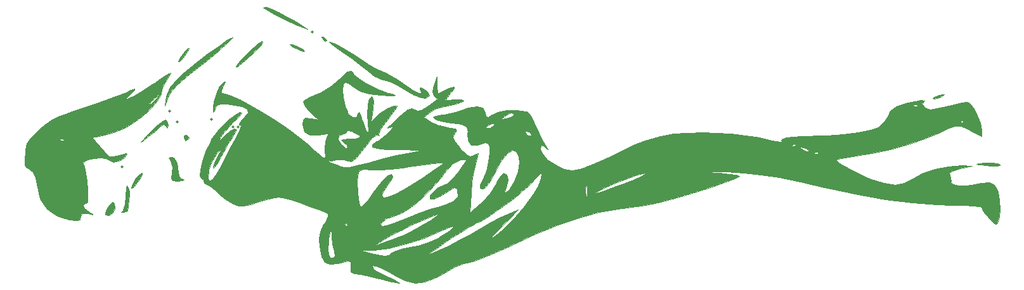
<source format=gbr>
G04 #@! TF.GenerationSoftware,KiCad,Pcbnew,(5.1.5)-3*
G04 #@! TF.CreationDate,2020-08-20T13:57:19+01:00*
G04 #@! TF.ProjectId,KOSMOPSU2,4b4f534d-4f50-4535-9532-2e6b69636164,rev?*
G04 #@! TF.SameCoordinates,Original*
G04 #@! TF.FileFunction,Legend,Bot*
G04 #@! TF.FilePolarity,Positive*
%FSLAX46Y46*%
G04 Gerber Fmt 4.6, Leading zero omitted, Abs format (unit mm)*
G04 Created by KiCad (PCBNEW (5.1.5)-3) date 2020-08-20 13:57:19*
%MOMM*%
%LPD*%
G04 APERTURE LIST*
%ADD10C,0.010000*%
G04 APERTURE END LIST*
D10*
G36*
X169524440Y-86899097D02*
G01*
X170616616Y-87032450D01*
X170978195Y-87067994D01*
X171825817Y-87082753D01*
X172277973Y-86962219D01*
X172301111Y-86911940D01*
X171983158Y-86761494D01*
X171166398Y-86677206D01*
X170449028Y-86670923D01*
X169438658Y-86716842D01*
X169131124Y-86793397D01*
X169524440Y-86899097D01*
G37*
X169524440Y-86899097D02*
X170616616Y-87032450D01*
X170978195Y-87067994D01*
X171825817Y-87082753D01*
X172277973Y-86962219D01*
X172301111Y-86911940D01*
X171983158Y-86761494D01*
X171166398Y-86677206D01*
X170449028Y-86670923D01*
X169438658Y-86716842D01*
X169131124Y-86793397D01*
X169524440Y-86899097D01*
G36*
X65708906Y-88744957D02*
G01*
X65737954Y-88746667D01*
X65990618Y-88958813D01*
X65938611Y-89099445D01*
X66005451Y-89411888D01*
X66204568Y-89452223D01*
X66730905Y-89692190D01*
X67465391Y-90292964D01*
X67724693Y-90554004D01*
X68685776Y-91396731D01*
X69726947Y-92061961D01*
X69906056Y-92145693D01*
X70624803Y-92394445D01*
X71309465Y-92427892D01*
X72212253Y-92228983D01*
X73158122Y-91925856D01*
X74375288Y-91549193D01*
X75396414Y-91291833D01*
X75910407Y-91216111D01*
X76491142Y-91326221D01*
X77515181Y-91613819D01*
X78791348Y-92014812D01*
X80128464Y-92465104D01*
X81335352Y-92900602D01*
X82220834Y-93257211D01*
X82579646Y-93452054D01*
X82533692Y-93842511D01*
X82184430Y-94588873D01*
X81992388Y-94916414D01*
X81498360Y-95896062D01*
X81359090Y-96844308D01*
X81455996Y-97845387D01*
X81719008Y-99157549D01*
X82119841Y-99932710D01*
X82792622Y-100241640D01*
X83871474Y-100155111D01*
X85205952Y-99824051D01*
X85602498Y-99853415D01*
X85638147Y-100368191D01*
X85605799Y-100555944D01*
X85586374Y-101220100D01*
X85980049Y-101438209D01*
X86186673Y-101446667D01*
X86888884Y-101538539D01*
X88029549Y-101780264D01*
X89370714Y-102121003D01*
X89466436Y-102147382D01*
X90696529Y-102471182D01*
X91628053Y-102684198D01*
X92085358Y-102746918D01*
X92102715Y-102740433D01*
X91871971Y-102554162D01*
X91163797Y-102188769D01*
X90481337Y-101877792D01*
X89465188Y-101386949D01*
X88735976Y-100947719D01*
X88525328Y-100755574D01*
X88479925Y-100418382D01*
X88948716Y-100449078D01*
X89858633Y-100824484D01*
X91136607Y-101521421D01*
X91359365Y-101654576D01*
X92862892Y-102432619D01*
X94175994Y-102751499D01*
X95491699Y-102602587D01*
X97003032Y-101977254D01*
X98112626Y-101352694D01*
X99397117Y-100674952D01*
X100667423Y-100150981D01*
X101496929Y-99925329D01*
X102351324Y-99690171D01*
X103648095Y-99207354D01*
X105201471Y-98550532D01*
X106612207Y-97897224D01*
X110151422Y-96253056D01*
X113249963Y-94968721D01*
X116045638Y-94000105D01*
X118676254Y-93303100D01*
X121279617Y-92833593D01*
X123088611Y-92623268D01*
X124926137Y-92372338D01*
X126996168Y-91927837D01*
X129441406Y-91255024D01*
X131978023Y-90459210D01*
X133837818Y-89838835D01*
X135423913Y-89285040D01*
X136631549Y-88836450D01*
X137355969Y-88531691D01*
X137516823Y-88417009D01*
X137107093Y-88307404D01*
X136171556Y-88170198D01*
X134888016Y-88030130D01*
X134448245Y-87990081D01*
X133394608Y-87892959D01*
X132944862Y-87834447D01*
X133123171Y-87812638D01*
X133953701Y-87825627D01*
X135460618Y-87871506D01*
X135804640Y-87883079D01*
X138088459Y-88011217D01*
X140376430Y-88254034D01*
X142825227Y-88636926D01*
X145591523Y-89185292D01*
X148831993Y-89924531D01*
X149723333Y-90139411D01*
X153308896Y-90917497D01*
X157006207Y-91550391D01*
X160605715Y-92009865D01*
X163897869Y-92267694D01*
X165862917Y-92313383D01*
X167441176Y-92330268D01*
X168721937Y-92394213D01*
X169564445Y-92494781D01*
X169831667Y-92607666D01*
X170041036Y-93056672D01*
X170563396Y-93787908D01*
X170765735Y-94035943D01*
X171419608Y-94711743D01*
X171825152Y-94840085D01*
X171995055Y-94680371D01*
X172191281Y-93973433D01*
X172264062Y-92862416D01*
X172216016Y-91637443D01*
X172049761Y-90588639D01*
X171955493Y-90295044D01*
X171520589Y-89617594D01*
X170826444Y-89325654D01*
X169717611Y-89378536D01*
X168981973Y-89516680D01*
X167823772Y-89676318D01*
X166773329Y-89676293D01*
X166007471Y-89536016D01*
X165703025Y-89274900D01*
X165737017Y-89160453D01*
X165721839Y-88665303D01*
X165587261Y-88377046D01*
X165533644Y-88028434D01*
X165954804Y-87747898D01*
X166933455Y-87465658D01*
X168596945Y-87066594D01*
X167185833Y-87037253D01*
X165458571Y-87161158D01*
X163607391Y-87548222D01*
X161910765Y-88123376D01*
X160671628Y-88793291D01*
X159549626Y-89398906D01*
X158284792Y-89601324D01*
X156768010Y-89389341D01*
X154890166Y-88751753D01*
X153276524Y-88033913D01*
X151813259Y-87296195D01*
X150852010Y-86719229D01*
X150454414Y-86342596D01*
X150485988Y-86241933D01*
X151047398Y-86063339D01*
X152066881Y-85869750D01*
X153051744Y-85736058D01*
X155211889Y-85393389D01*
X157626050Y-84852502D01*
X160052299Y-84180145D01*
X162248705Y-83443064D01*
X163907339Y-82741057D01*
X165282681Y-82096843D01*
X166264762Y-81785793D01*
X167073203Y-81791522D01*
X167927623Y-82097643D01*
X168513974Y-82397352D01*
X169831667Y-83103593D01*
X169823919Y-82309158D01*
X169661065Y-81364868D01*
X169262544Y-80299445D01*
X168739677Y-79329921D01*
X168203786Y-78673325D01*
X167878346Y-78516111D01*
X167250695Y-78603476D01*
X167185833Y-78617369D01*
X167185833Y-80985556D01*
X167362222Y-81161945D01*
X167185833Y-81338334D01*
X167009445Y-81161945D01*
X167185833Y-80985556D01*
X167185833Y-78617369D01*
X166187579Y-78831190D01*
X165066766Y-79111621D01*
X163798643Y-79419597D01*
X163008069Y-79511862D01*
X162503492Y-79396555D01*
X162258136Y-79230955D01*
X161899007Y-78790203D01*
X162123717Y-78483256D01*
X162187722Y-78331198D01*
X161745594Y-78320398D01*
X161012222Y-78416055D01*
X161012222Y-78868889D01*
X161302598Y-78997965D01*
X161247408Y-79104074D01*
X160828743Y-79146295D01*
X160777037Y-79104074D01*
X160825463Y-78894348D01*
X161012222Y-78868889D01*
X161012222Y-78416055D01*
X160975648Y-78420826D01*
X160056200Y-78602453D01*
X159165565Y-78835249D01*
X158482058Y-79089187D01*
X158459694Y-79100294D01*
X157684989Y-79737573D01*
X157271831Y-80475121D01*
X156809133Y-81261229D01*
X156016148Y-81897072D01*
X154982419Y-82250324D01*
X153399054Y-82566003D01*
X151421736Y-82824833D01*
X149206148Y-83007537D01*
X147753658Y-83062714D01*
X147753658Y-85246740D01*
X148211216Y-85311600D01*
X148216678Y-85432026D01*
X147744524Y-85516240D01*
X147540521Y-85459877D01*
X147406895Y-85303232D01*
X147753658Y-85246740D01*
X147753658Y-83062714D01*
X146907972Y-83094840D01*
X146304570Y-83099545D01*
X145728092Y-83119769D01*
X145728092Y-84539469D01*
X146358306Y-84733304D01*
X146764589Y-84994768D01*
X146766396Y-85118419D01*
X146371852Y-85098883D01*
X145957432Y-84909176D01*
X145542988Y-84597246D01*
X145728092Y-84539469D01*
X145728092Y-83119769D01*
X144820230Y-83151619D01*
X144784445Y-83156161D01*
X144784445Y-84160556D01*
X145074821Y-84289632D01*
X145019630Y-84395741D01*
X144600965Y-84437962D01*
X144549259Y-84395741D01*
X144597685Y-84186015D01*
X144784445Y-84160556D01*
X144784445Y-83156161D01*
X143736358Y-83289214D01*
X143135344Y-83488992D01*
X143099578Y-83727618D01*
X143457209Y-83906033D01*
X143550844Y-83974630D01*
X142994899Y-83891468D01*
X141827261Y-83663528D01*
X140085818Y-83297789D01*
X139669167Y-83208106D01*
X138253863Y-82983027D01*
X136386005Y-82798978D01*
X134318309Y-82676883D01*
X132790000Y-82638567D01*
X130543679Y-82659182D01*
X128661608Y-82792457D01*
X126961187Y-83084279D01*
X125259814Y-83580539D01*
X124907171Y-83720214D01*
X124907171Y-88049624D01*
X125000775Y-88131127D01*
X124468724Y-88425032D01*
X123330958Y-88920413D01*
X121607415Y-89606341D01*
X121535917Y-89633978D01*
X120140523Y-90156430D01*
X119012294Y-90547816D01*
X118297008Y-90759350D01*
X118121711Y-90776525D01*
X118348499Y-90587770D01*
X119069069Y-90219552D01*
X120117566Y-89742785D01*
X121328133Y-89228379D01*
X122534915Y-88747246D01*
X123572055Y-88370298D01*
X124167975Y-88191451D01*
X124907171Y-88049624D01*
X124907171Y-83720214D01*
X123374886Y-84327125D01*
X121123802Y-85369926D01*
X120277034Y-85783154D01*
X118151048Y-86766201D01*
X117111203Y-87163612D01*
X117111203Y-89525399D01*
X117169663Y-89949417D01*
X117178813Y-90334167D01*
X117150417Y-91060213D01*
X117070473Y-91247607D01*
X117025391Y-91132030D01*
X116959682Y-90284857D01*
X117018272Y-89720919D01*
X117111203Y-89525399D01*
X117111203Y-87163612D01*
X116477648Y-87405747D01*
X115317102Y-87679433D01*
X115141701Y-87688334D01*
X114067369Y-87478187D01*
X112910838Y-86938138D01*
X111869868Y-86203770D01*
X111142218Y-85410668D01*
X111017421Y-85066887D01*
X111017421Y-88041111D01*
X111120913Y-88313134D01*
X110947318Y-88991291D01*
X110568890Y-89868717D01*
X110093272Y-90686945D01*
X108692436Y-92572910D01*
X107154682Y-94344349D01*
X105672624Y-95785784D01*
X105161300Y-96204333D01*
X104524646Y-96676851D01*
X104298619Y-96791181D01*
X104506945Y-96507439D01*
X105173349Y-95785738D01*
X105802500Y-95126361D01*
X107919167Y-92919196D01*
X106551770Y-93479349D01*
X105583353Y-93937191D01*
X104276255Y-94634207D01*
X102887938Y-95432181D01*
X102671215Y-95562571D01*
X101417901Y-96289990D01*
X100047787Y-97034212D01*
X98697795Y-97727695D01*
X97504851Y-98302896D01*
X96605878Y-98692269D01*
X96137800Y-98828274D01*
X96101111Y-98803545D01*
X96374854Y-98568191D01*
X97095108Y-98057445D01*
X98110412Y-97370397D01*
X99269303Y-96606136D01*
X100420321Y-95863754D01*
X101412005Y-95242340D01*
X102092892Y-94840985D01*
X102306382Y-94743889D01*
X102826765Y-94537654D01*
X103749167Y-93987967D01*
X104929698Y-93198361D01*
X106224469Y-92272367D01*
X107489589Y-91313514D01*
X108581169Y-90425335D01*
X109355319Y-89711360D01*
X109462763Y-89594761D01*
X110224792Y-88762353D01*
X110797071Y-88198504D01*
X111017421Y-88041111D01*
X111017421Y-85066887D01*
X110917778Y-84792397D01*
X110988912Y-84301883D01*
X111323578Y-84395649D01*
X111535139Y-84552253D01*
X111944679Y-84852393D01*
X111881257Y-84709603D01*
X111573058Y-84330865D01*
X111125065Y-83598864D01*
X110618067Y-82498320D01*
X110351358Y-81800793D01*
X109740797Y-80458465D01*
X109097360Y-79815146D01*
X109024537Y-79789239D01*
X109024537Y-82396667D01*
X109541809Y-82570598D01*
X109743292Y-82919139D01*
X109677176Y-83049306D01*
X109314743Y-83000619D01*
X109077454Y-82814121D01*
X108878577Y-82458949D01*
X109024537Y-82396667D01*
X109024537Y-79789239D01*
X108990522Y-79777138D01*
X107739520Y-79598241D01*
X106928367Y-79622753D01*
X106928367Y-79978943D01*
X107343370Y-80042584D01*
X107390000Y-80238874D01*
X107086837Y-80523267D01*
X106426570Y-80734698D01*
X105785098Y-80834219D01*
X105768185Y-80712691D01*
X106141218Y-80423046D01*
X106928367Y-79978943D01*
X106928367Y-79622753D01*
X106393047Y-79638931D01*
X105248793Y-79875416D01*
X104764935Y-80114831D01*
X104508575Y-80268111D01*
X104508575Y-81379478D01*
X104817075Y-81431272D01*
X104744167Y-81691111D01*
X104240715Y-81998065D01*
X103929597Y-82038487D01*
X103534794Y-81981397D01*
X103791232Y-81737517D01*
X103862222Y-81691111D01*
X104508575Y-81379478D01*
X104508575Y-80268111D01*
X103996386Y-80574354D01*
X103600448Y-80471676D01*
X103509445Y-79968367D01*
X103232181Y-79337384D01*
X102452773Y-79121365D01*
X101249794Y-79334557D01*
X100825132Y-79481652D01*
X99548448Y-79877345D01*
X98137305Y-80193678D01*
X97865000Y-80238235D01*
X96929456Y-80396749D01*
X96602835Y-80544590D01*
X96793695Y-80756525D01*
X97048058Y-80906223D01*
X97921158Y-81198856D01*
X99033525Y-81341279D01*
X99164725Y-81343736D01*
X100444691Y-81457307D01*
X101122348Y-81821066D01*
X101273090Y-82488919D01*
X101214168Y-82809085D01*
X101230418Y-83732818D01*
X101711956Y-84272186D01*
X102501771Y-84291599D01*
X102788629Y-84168723D01*
X103511492Y-83950840D01*
X103908965Y-84013056D01*
X104103253Y-84495692D01*
X104113728Y-85432669D01*
X103967704Y-86605099D01*
X103692496Y-87794095D01*
X103315417Y-88780772D01*
X103313587Y-88784316D01*
X102908773Y-89635206D01*
X102859124Y-90038564D01*
X103161712Y-90154789D01*
X103288493Y-90157778D01*
X103669006Y-89861036D01*
X104215113Y-89080069D01*
X104813557Y-87978765D01*
X104857863Y-87886837D01*
X105696163Y-86385854D01*
X106490973Y-85417013D01*
X107183931Y-85002192D01*
X107716675Y-85163271D01*
X108030841Y-85922130D01*
X108090154Y-86675112D01*
X107910419Y-87836326D01*
X107448472Y-89105590D01*
X106837660Y-90158396D01*
X106517200Y-90502967D01*
X106157165Y-90752229D01*
X106137123Y-90533355D01*
X106334828Y-89973075D01*
X106559612Y-88957221D01*
X106402123Y-88260277D01*
X105977424Y-88041111D01*
X105628430Y-88337255D01*
X105171230Y-89088517D01*
X104946238Y-89568698D01*
X104236480Y-90757724D01*
X103245906Y-91895048D01*
X102889792Y-92206408D01*
X101488146Y-93316532D01*
X101643638Y-90767016D01*
X101793817Y-89231382D01*
X102032082Y-87742743D01*
X102280493Y-86717030D01*
X102558836Y-85803983D01*
X102586502Y-85427570D01*
X102332379Y-85453905D01*
X102023624Y-85611650D01*
X101522685Y-85779705D01*
X101051520Y-85600355D01*
X100422109Y-84977134D01*
X100234806Y-84758928D01*
X100234806Y-86277223D01*
X101073896Y-86277223D01*
X99983719Y-87861740D01*
X99214595Y-88799405D01*
X98436046Y-89469757D01*
X98052456Y-89657356D01*
X97297631Y-90000019D01*
X96620574Y-90539000D01*
X96207935Y-91091564D01*
X96219376Y-91451969D01*
X96705521Y-91474268D01*
X97584655Y-91096913D01*
X98716235Y-90381933D01*
X98830804Y-90299399D01*
X99416146Y-89928030D01*
X99702620Y-90011521D01*
X99857086Y-90341967D01*
X99899839Y-91169060D01*
X99306189Y-91829618D01*
X99244606Y-91854991D01*
X99244606Y-95150933D01*
X99223896Y-95354851D01*
X98688050Y-95824989D01*
X97655370Y-96511494D01*
X97308515Y-96718827D01*
X96111213Y-97260604D01*
X94606787Y-97730387D01*
X93576224Y-97947651D01*
X92352641Y-98204645D01*
X91398494Y-98521871D01*
X90963922Y-98792047D01*
X90639058Y-99053959D01*
X90100293Y-99099419D01*
X89153285Y-98930511D01*
X88670866Y-98816623D01*
X86752500Y-98349687D01*
X88654744Y-98310677D01*
X90647631Y-98088162D01*
X92978391Y-97538726D01*
X95401564Y-96732347D01*
X97667421Y-95741158D01*
X98731882Y-95263084D01*
X99244606Y-95150933D01*
X99244606Y-91854991D01*
X98050281Y-92347085D01*
X97487884Y-92490034D01*
X97159445Y-92583879D01*
X97159445Y-93534232D01*
X97305575Y-93568794D01*
X96963653Y-93860639D01*
X96265548Y-94330141D01*
X95343126Y-94897673D01*
X94328257Y-95483609D01*
X93352809Y-96008322D01*
X92548650Y-96392188D01*
X92220556Y-96516491D01*
X91318847Y-96829051D01*
X90191792Y-97259516D01*
X89927500Y-97365929D01*
X89093873Y-97693378D01*
X88827887Y-97743283D01*
X89049011Y-97516814D01*
X89221945Y-97376187D01*
X89881459Y-96958020D01*
X91006925Y-96348407D01*
X92416451Y-95635386D01*
X93928151Y-94906996D01*
X95360134Y-94251276D01*
X96530511Y-93756265D01*
X97159445Y-93534232D01*
X97159445Y-92583879D01*
X96148603Y-92872708D01*
X94544620Y-93440291D01*
X93157810Y-94011709D01*
X91598174Y-94656125D01*
X90435942Y-95021012D01*
X89735798Y-95095446D01*
X89562427Y-94868505D01*
X89732292Y-94590176D01*
X90371217Y-94147877D01*
X91200217Y-93853600D01*
X92590668Y-93278176D01*
X94191113Y-92161130D01*
X95896805Y-90592300D01*
X97602999Y-88661530D01*
X98285494Y-87776528D01*
X99228743Y-86721381D01*
X100051714Y-86292771D01*
X100234806Y-86277223D01*
X100234806Y-84758928D01*
X100135018Y-84642676D01*
X99471954Y-83802101D01*
X99233522Y-83278543D01*
X99356028Y-82879760D01*
X99494428Y-82709212D01*
X99743148Y-82340235D01*
X99549691Y-82129239D01*
X98795307Y-81978510D01*
X98568387Y-81947228D01*
X97423824Y-81679666D01*
X97423824Y-86641651D01*
X97804612Y-86683842D01*
X97865000Y-86761913D01*
X97590288Y-86999426D01*
X96853301Y-87527264D01*
X95784761Y-88253438D01*
X95130972Y-88685787D01*
X93146671Y-89928515D01*
X91594655Y-90779103D01*
X90499719Y-91231614D01*
X89886655Y-91280112D01*
X89780256Y-90918661D01*
X90205315Y-90141325D01*
X90456667Y-89805000D01*
X90946244Y-89055741D01*
X91154378Y-88493155D01*
X90989174Y-88159888D01*
X90518509Y-88363947D01*
X89813834Y-89046213D01*
X88946599Y-90147567D01*
X88662747Y-90554779D01*
X87928353Y-91576786D01*
X87319418Y-92317084D01*
X86960127Y-92625664D01*
X86947078Y-92627222D01*
X86755358Y-92311178D01*
X86605980Y-91508669D01*
X86510925Y-90438135D01*
X86482175Y-89318013D01*
X86531713Y-88366741D01*
X86671519Y-87802759D01*
X86681634Y-87787903D01*
X87295870Y-87518467D01*
X88461950Y-87553126D01*
X89462169Y-87581400D01*
X90911222Y-87493656D01*
X92565253Y-87308009D01*
X93363286Y-87188972D01*
X95291768Y-86885810D01*
X96615745Y-86706172D01*
X97423824Y-86641651D01*
X97423824Y-81679666D01*
X97395565Y-81673059D01*
X96369357Y-81248019D01*
X96238653Y-81168931D01*
X95344742Y-80583218D01*
X96094493Y-79932962D01*
X96890905Y-79496396D01*
X98039574Y-79142855D01*
X98588950Y-79042748D01*
X99647164Y-78830724D01*
X100351563Y-78573248D01*
X100625449Y-78339140D01*
X100392125Y-78197223D01*
X99574893Y-78216320D01*
X99500648Y-78224668D01*
X98668140Y-78292902D01*
X98235173Y-78271847D01*
X98217778Y-78254134D01*
X98430551Y-77939668D01*
X98919608Y-77380506D01*
X99427515Y-76730183D01*
X99367378Y-76491313D01*
X98749364Y-76671019D01*
X98250562Y-76911658D01*
X97159445Y-77475897D01*
X97123430Y-76320310D01*
X97087416Y-75164723D01*
X96710890Y-76341689D01*
X96509673Y-77211085D01*
X96650154Y-77681981D01*
X96824882Y-77821813D01*
X97164899Y-78135430D01*
X97149228Y-78233539D01*
X96779741Y-78487590D01*
X96063332Y-78987167D01*
X95815732Y-79160601D01*
X94986651Y-79662613D01*
X94449795Y-79731201D01*
X94125582Y-79545189D01*
X93714304Y-79365873D01*
X93196795Y-79564869D01*
X92401935Y-80213830D01*
X92294295Y-80312023D01*
X91463270Y-81073417D01*
X90821901Y-81658891D01*
X90633056Y-81830081D01*
X90511825Y-81998190D01*
X90721250Y-81898434D01*
X91111085Y-81835977D01*
X91162222Y-81944668D01*
X90887354Y-82415116D01*
X90197143Y-83049534D01*
X89293185Y-83669547D01*
X89073462Y-83792843D01*
X88458447Y-84217274D01*
X88441717Y-84529348D01*
X89050696Y-84740293D01*
X90312806Y-84861335D01*
X91779583Y-84900673D01*
X95219167Y-84935234D01*
X93102500Y-85374801D01*
X91726353Y-85683386D01*
X90001975Y-86101848D01*
X88260432Y-86549371D01*
X87940442Y-86634915D01*
X86437971Y-87022339D01*
X85420853Y-87219666D01*
X84988611Y-87232617D01*
X84988611Y-94743889D01*
X85165000Y-94920278D01*
X84988611Y-95096667D01*
X84812222Y-94920278D01*
X84988611Y-94743889D01*
X84988611Y-87232617D01*
X84699166Y-87241290D01*
X84082991Y-87101601D01*
X83707109Y-86955705D01*
X82971029Y-86646043D01*
X82971029Y-95273056D01*
X83034476Y-96507778D01*
X83158647Y-97570924D01*
X83370705Y-98429944D01*
X83377755Y-98448056D01*
X83449655Y-99152667D01*
X83267229Y-99403805D01*
X82852941Y-99336143D01*
X82626001Y-98975832D01*
X82534975Y-98213495D01*
X82613426Y-97136535D01*
X82673080Y-96785361D01*
X82971029Y-95273056D01*
X82971029Y-86646043D01*
X82519167Y-86455948D01*
X83753889Y-86270729D01*
X84638171Y-86233815D01*
X85190819Y-86385668D01*
X85226308Y-86423266D01*
X85654113Y-86512263D01*
X86350745Y-85968696D01*
X87301048Y-84805881D01*
X87686158Y-84261782D01*
X88408847Y-83363384D01*
X88970883Y-82962804D01*
X89155692Y-82975134D01*
X89390122Y-83039344D01*
X89319053Y-82932510D01*
X89394939Y-82539393D01*
X89844246Y-81790464D01*
X90510255Y-80921551D01*
X91226197Y-80006559D01*
X91676979Y-79311733D01*
X91766277Y-79002574D01*
X91319827Y-79003934D01*
X90537638Y-79365429D01*
X89615677Y-79983412D01*
X89100989Y-80412279D01*
X88274478Y-81161945D01*
X88523684Y-79486250D01*
X88617361Y-78405897D01*
X88512920Y-77857246D01*
X88424153Y-77810556D01*
X88082277Y-78131073D01*
X87865197Y-78977370D01*
X87799326Y-80176564D01*
X87883005Y-81352456D01*
X87962461Y-82343215D01*
X87872511Y-82663227D01*
X87630882Y-82322033D01*
X87255300Y-81329173D01*
X87132594Y-80948595D01*
X86847876Y-80173409D01*
X86655599Y-79897733D01*
X86610990Y-80015417D01*
X86350528Y-80531952D01*
X85824750Y-80573765D01*
X85289230Y-80142039D01*
X85208725Y-80008922D01*
X85147207Y-79844295D01*
X85147207Y-82313686D01*
X85752899Y-82461735D01*
X85868102Y-82503727D01*
X86704853Y-82910305D01*
X86849914Y-83220339D01*
X86313168Y-83412149D01*
X85429584Y-83465728D01*
X84550284Y-83503750D01*
X84294877Y-83622802D01*
X84547639Y-83836035D01*
X85058218Y-84315246D01*
X85165000Y-84609258D01*
X84959688Y-84687832D01*
X84461008Y-84318185D01*
X84416633Y-84274534D01*
X83937417Y-83540572D01*
X84022846Y-82981275D01*
X84646735Y-82749732D01*
X84677473Y-82749445D01*
X85035859Y-82586643D01*
X85006978Y-82426385D01*
X85147207Y-82313686D01*
X85147207Y-79844295D01*
X84856607Y-79066621D01*
X84608957Y-77896844D01*
X84516519Y-76813484D01*
X84593835Y-76205291D01*
X84811884Y-75913227D01*
X85216774Y-76011931D01*
X85955515Y-76522618D01*
X86892408Y-77070860D01*
X88071359Y-77407982D01*
X89574722Y-77592431D01*
X90841461Y-77690758D01*
X91468750Y-77713668D01*
X91520277Y-77644147D01*
X91059725Y-77465184D01*
X90613873Y-77314825D01*
X89101359Y-76736661D01*
X87726876Y-76082053D01*
X86654984Y-75440684D01*
X86050240Y-74902233D01*
X85992013Y-74796006D01*
X85673333Y-74353681D01*
X85192332Y-74435687D01*
X84462729Y-75073740D01*
X84073735Y-75501110D01*
X82977368Y-76441370D01*
X81577617Y-77236565D01*
X81189064Y-77396483D01*
X80159195Y-77838872D01*
X79443182Y-78255699D01*
X79243322Y-78465867D01*
X79399820Y-78925494D01*
X79948934Y-79606735D01*
X80212464Y-79862835D01*
X81312387Y-80867460D01*
X80240082Y-80710079D01*
X79491889Y-80666980D01*
X79208678Y-80971396D01*
X79167778Y-81609926D01*
X79403418Y-82495874D01*
X80131994Y-82925840D01*
X81385995Y-82915223D01*
X81777870Y-82847026D01*
X82487625Y-82745652D01*
X82629171Y-82881852D01*
X82453931Y-83139402D01*
X82203437Y-83811895D01*
X82131160Y-84802749D01*
X82141085Y-84973787D01*
X82188634Y-85820595D01*
X82077056Y-86073618D01*
X81705928Y-85842179D01*
X81500765Y-85670860D01*
X80691493Y-84961086D01*
X79881422Y-84216750D01*
X78776287Y-83280563D01*
X77333995Y-82213257D01*
X75683358Y-81093437D01*
X73953190Y-79999709D01*
X72272303Y-79010679D01*
X70769509Y-78204952D01*
X69573621Y-77661135D01*
X68813452Y-77457834D01*
X68805388Y-77457778D01*
X68330942Y-77373596D01*
X68300605Y-77011751D01*
X68619641Y-76333680D01*
X68834034Y-75834976D01*
X68642552Y-75835853D01*
X68583645Y-75870772D01*
X68102971Y-76445999D01*
X67633000Y-77423571D01*
X67293100Y-78508694D01*
X67195695Y-79298531D01*
X67232039Y-79861881D01*
X67359146Y-79742475D01*
X67515283Y-79368850D01*
X67768635Y-78943051D01*
X68206531Y-78768783D01*
X69035037Y-78796737D01*
X69617974Y-78865707D01*
X71047424Y-79134747D01*
X71796976Y-79498922D01*
X71888202Y-79977561D01*
X71446537Y-80504106D01*
X70942545Y-81036017D01*
X70698593Y-81470861D01*
X70785310Y-81635395D01*
X71027989Y-81530730D01*
X70990673Y-81739560D01*
X70682019Y-82425254D01*
X70175274Y-83448992D01*
X69543689Y-84671954D01*
X68860511Y-85955317D01*
X68198989Y-87160263D01*
X67632372Y-88147969D01*
X67233909Y-88779616D01*
X67139841Y-88899537D01*
X66743802Y-89099396D01*
X66560795Y-88696802D01*
X66620739Y-87770683D01*
X66649702Y-87606509D01*
X67047695Y-86493287D01*
X67706674Y-85430132D01*
X67760612Y-85365600D01*
X68644102Y-84336945D01*
X67908718Y-85613307D01*
X67445930Y-86530579D01*
X67196751Y-87247205D01*
X67182408Y-87377196D01*
X67326611Y-87366872D01*
X67691012Y-86840559D01*
X68081964Y-86130559D01*
X68728627Y-84941293D01*
X69378288Y-83854510D01*
X69660389Y-83430267D01*
X70128775Y-82715911D01*
X70346398Y-82272514D01*
X70348334Y-82254014D01*
X70127738Y-82084497D01*
X69575649Y-82333393D01*
X68856612Y-82917365D01*
X68673584Y-83102223D01*
X68161206Y-83605320D01*
X68050142Y-83587813D01*
X68181423Y-83278611D01*
X68637976Y-82616685D01*
X69396068Y-81753711D01*
X69790212Y-81357325D01*
X70666136Y-80446553D01*
X71002658Y-79944262D01*
X70812302Y-79876964D01*
X70107596Y-80271170D01*
X69484278Y-80709792D01*
X68160255Y-81963706D01*
X67007213Y-83556861D01*
X66853267Y-83829349D01*
X66225068Y-85160743D01*
X65762416Y-86468420D01*
X65499426Y-87601962D01*
X65470218Y-88410948D01*
X65708906Y-88744957D01*
G37*
X65708906Y-88744957D02*
X65737954Y-88746667D01*
X65990618Y-88958813D01*
X65938611Y-89099445D01*
X66005451Y-89411888D01*
X66204568Y-89452223D01*
X66730905Y-89692190D01*
X67465391Y-90292964D01*
X67724693Y-90554004D01*
X68685776Y-91396731D01*
X69726947Y-92061961D01*
X69906056Y-92145693D01*
X70624803Y-92394445D01*
X71309465Y-92427892D01*
X72212253Y-92228983D01*
X73158122Y-91925856D01*
X74375288Y-91549193D01*
X75396414Y-91291833D01*
X75910407Y-91216111D01*
X76491142Y-91326221D01*
X77515181Y-91613819D01*
X78791348Y-92014812D01*
X80128464Y-92465104D01*
X81335352Y-92900602D01*
X82220834Y-93257211D01*
X82579646Y-93452054D01*
X82533692Y-93842511D01*
X82184430Y-94588873D01*
X81992388Y-94916414D01*
X81498360Y-95896062D01*
X81359090Y-96844308D01*
X81455996Y-97845387D01*
X81719008Y-99157549D01*
X82119841Y-99932710D01*
X82792622Y-100241640D01*
X83871474Y-100155111D01*
X85205952Y-99824051D01*
X85602498Y-99853415D01*
X85638147Y-100368191D01*
X85605799Y-100555944D01*
X85586374Y-101220100D01*
X85980049Y-101438209D01*
X86186673Y-101446667D01*
X86888884Y-101538539D01*
X88029549Y-101780264D01*
X89370714Y-102121003D01*
X89466436Y-102147382D01*
X90696529Y-102471182D01*
X91628053Y-102684198D01*
X92085358Y-102746918D01*
X92102715Y-102740433D01*
X91871971Y-102554162D01*
X91163797Y-102188769D01*
X90481337Y-101877792D01*
X89465188Y-101386949D01*
X88735976Y-100947719D01*
X88525328Y-100755574D01*
X88479925Y-100418382D01*
X88948716Y-100449078D01*
X89858633Y-100824484D01*
X91136607Y-101521421D01*
X91359365Y-101654576D01*
X92862892Y-102432619D01*
X94175994Y-102751499D01*
X95491699Y-102602587D01*
X97003032Y-101977254D01*
X98112626Y-101352694D01*
X99397117Y-100674952D01*
X100667423Y-100150981D01*
X101496929Y-99925329D01*
X102351324Y-99690171D01*
X103648095Y-99207354D01*
X105201471Y-98550532D01*
X106612207Y-97897224D01*
X110151422Y-96253056D01*
X113249963Y-94968721D01*
X116045638Y-94000105D01*
X118676254Y-93303100D01*
X121279617Y-92833593D01*
X123088611Y-92623268D01*
X124926137Y-92372338D01*
X126996168Y-91927837D01*
X129441406Y-91255024D01*
X131978023Y-90459210D01*
X133837818Y-89838835D01*
X135423913Y-89285040D01*
X136631549Y-88836450D01*
X137355969Y-88531691D01*
X137516823Y-88417009D01*
X137107093Y-88307404D01*
X136171556Y-88170198D01*
X134888016Y-88030130D01*
X134448245Y-87990081D01*
X133394608Y-87892959D01*
X132944862Y-87834447D01*
X133123171Y-87812638D01*
X133953701Y-87825627D01*
X135460618Y-87871506D01*
X135804640Y-87883079D01*
X138088459Y-88011217D01*
X140376430Y-88254034D01*
X142825227Y-88636926D01*
X145591523Y-89185292D01*
X148831993Y-89924531D01*
X149723333Y-90139411D01*
X153308896Y-90917497D01*
X157006207Y-91550391D01*
X160605715Y-92009865D01*
X163897869Y-92267694D01*
X165862917Y-92313383D01*
X167441176Y-92330268D01*
X168721937Y-92394213D01*
X169564445Y-92494781D01*
X169831667Y-92607666D01*
X170041036Y-93056672D01*
X170563396Y-93787908D01*
X170765735Y-94035943D01*
X171419608Y-94711743D01*
X171825152Y-94840085D01*
X171995055Y-94680371D01*
X172191281Y-93973433D01*
X172264062Y-92862416D01*
X172216016Y-91637443D01*
X172049761Y-90588639D01*
X171955493Y-90295044D01*
X171520589Y-89617594D01*
X170826444Y-89325654D01*
X169717611Y-89378536D01*
X168981973Y-89516680D01*
X167823772Y-89676318D01*
X166773329Y-89676293D01*
X166007471Y-89536016D01*
X165703025Y-89274900D01*
X165737017Y-89160453D01*
X165721839Y-88665303D01*
X165587261Y-88377046D01*
X165533644Y-88028434D01*
X165954804Y-87747898D01*
X166933455Y-87465658D01*
X168596945Y-87066594D01*
X167185833Y-87037253D01*
X165458571Y-87161158D01*
X163607391Y-87548222D01*
X161910765Y-88123376D01*
X160671628Y-88793291D01*
X159549626Y-89398906D01*
X158284792Y-89601324D01*
X156768010Y-89389341D01*
X154890166Y-88751753D01*
X153276524Y-88033913D01*
X151813259Y-87296195D01*
X150852010Y-86719229D01*
X150454414Y-86342596D01*
X150485988Y-86241933D01*
X151047398Y-86063339D01*
X152066881Y-85869750D01*
X153051744Y-85736058D01*
X155211889Y-85393389D01*
X157626050Y-84852502D01*
X160052299Y-84180145D01*
X162248705Y-83443064D01*
X163907339Y-82741057D01*
X165282681Y-82096843D01*
X166264762Y-81785793D01*
X167073203Y-81791522D01*
X167927623Y-82097643D01*
X168513974Y-82397352D01*
X169831667Y-83103593D01*
X169823919Y-82309158D01*
X169661065Y-81364868D01*
X169262544Y-80299445D01*
X168739677Y-79329921D01*
X168203786Y-78673325D01*
X167878346Y-78516111D01*
X167250695Y-78603476D01*
X167185833Y-78617369D01*
X167185833Y-80985556D01*
X167362222Y-81161945D01*
X167185833Y-81338334D01*
X167009445Y-81161945D01*
X167185833Y-80985556D01*
X167185833Y-78617369D01*
X166187579Y-78831190D01*
X165066766Y-79111621D01*
X163798643Y-79419597D01*
X163008069Y-79511862D01*
X162503492Y-79396555D01*
X162258136Y-79230955D01*
X161899007Y-78790203D01*
X162123717Y-78483256D01*
X162187722Y-78331198D01*
X161745594Y-78320398D01*
X161012222Y-78416055D01*
X161012222Y-78868889D01*
X161302598Y-78997965D01*
X161247408Y-79104074D01*
X160828743Y-79146295D01*
X160777037Y-79104074D01*
X160825463Y-78894348D01*
X161012222Y-78868889D01*
X161012222Y-78416055D01*
X160975648Y-78420826D01*
X160056200Y-78602453D01*
X159165565Y-78835249D01*
X158482058Y-79089187D01*
X158459694Y-79100294D01*
X157684989Y-79737573D01*
X157271831Y-80475121D01*
X156809133Y-81261229D01*
X156016148Y-81897072D01*
X154982419Y-82250324D01*
X153399054Y-82566003D01*
X151421736Y-82824833D01*
X149206148Y-83007537D01*
X147753658Y-83062714D01*
X147753658Y-85246740D01*
X148211216Y-85311600D01*
X148216678Y-85432026D01*
X147744524Y-85516240D01*
X147540521Y-85459877D01*
X147406895Y-85303232D01*
X147753658Y-85246740D01*
X147753658Y-83062714D01*
X146907972Y-83094840D01*
X146304570Y-83099545D01*
X145728092Y-83119769D01*
X145728092Y-84539469D01*
X146358306Y-84733304D01*
X146764589Y-84994768D01*
X146766396Y-85118419D01*
X146371852Y-85098883D01*
X145957432Y-84909176D01*
X145542988Y-84597246D01*
X145728092Y-84539469D01*
X145728092Y-83119769D01*
X144820230Y-83151619D01*
X144784445Y-83156161D01*
X144784445Y-84160556D01*
X145074821Y-84289632D01*
X145019630Y-84395741D01*
X144600965Y-84437962D01*
X144549259Y-84395741D01*
X144597685Y-84186015D01*
X144784445Y-84160556D01*
X144784445Y-83156161D01*
X143736358Y-83289214D01*
X143135344Y-83488992D01*
X143099578Y-83727618D01*
X143457209Y-83906033D01*
X143550844Y-83974630D01*
X142994899Y-83891468D01*
X141827261Y-83663528D01*
X140085818Y-83297789D01*
X139669167Y-83208106D01*
X138253863Y-82983027D01*
X136386005Y-82798978D01*
X134318309Y-82676883D01*
X132790000Y-82638567D01*
X130543679Y-82659182D01*
X128661608Y-82792457D01*
X126961187Y-83084279D01*
X125259814Y-83580539D01*
X124907171Y-83720214D01*
X124907171Y-88049624D01*
X125000775Y-88131127D01*
X124468724Y-88425032D01*
X123330958Y-88920413D01*
X121607415Y-89606341D01*
X121535917Y-89633978D01*
X120140523Y-90156430D01*
X119012294Y-90547816D01*
X118297008Y-90759350D01*
X118121711Y-90776525D01*
X118348499Y-90587770D01*
X119069069Y-90219552D01*
X120117566Y-89742785D01*
X121328133Y-89228379D01*
X122534915Y-88747246D01*
X123572055Y-88370298D01*
X124167975Y-88191451D01*
X124907171Y-88049624D01*
X124907171Y-83720214D01*
X123374886Y-84327125D01*
X121123802Y-85369926D01*
X120277034Y-85783154D01*
X118151048Y-86766201D01*
X117111203Y-87163612D01*
X117111203Y-89525399D01*
X117169663Y-89949417D01*
X117178813Y-90334167D01*
X117150417Y-91060213D01*
X117070473Y-91247607D01*
X117025391Y-91132030D01*
X116959682Y-90284857D01*
X117018272Y-89720919D01*
X117111203Y-89525399D01*
X117111203Y-87163612D01*
X116477648Y-87405747D01*
X115317102Y-87679433D01*
X115141701Y-87688334D01*
X114067369Y-87478187D01*
X112910838Y-86938138D01*
X111869868Y-86203770D01*
X111142218Y-85410668D01*
X111017421Y-85066887D01*
X111017421Y-88041111D01*
X111120913Y-88313134D01*
X110947318Y-88991291D01*
X110568890Y-89868717D01*
X110093272Y-90686945D01*
X108692436Y-92572910D01*
X107154682Y-94344349D01*
X105672624Y-95785784D01*
X105161300Y-96204333D01*
X104524646Y-96676851D01*
X104298619Y-96791181D01*
X104506945Y-96507439D01*
X105173349Y-95785738D01*
X105802500Y-95126361D01*
X107919167Y-92919196D01*
X106551770Y-93479349D01*
X105583353Y-93937191D01*
X104276255Y-94634207D01*
X102887938Y-95432181D01*
X102671215Y-95562571D01*
X101417901Y-96289990D01*
X100047787Y-97034212D01*
X98697795Y-97727695D01*
X97504851Y-98302896D01*
X96605878Y-98692269D01*
X96137800Y-98828274D01*
X96101111Y-98803545D01*
X96374854Y-98568191D01*
X97095108Y-98057445D01*
X98110412Y-97370397D01*
X99269303Y-96606136D01*
X100420321Y-95863754D01*
X101412005Y-95242340D01*
X102092892Y-94840985D01*
X102306382Y-94743889D01*
X102826765Y-94537654D01*
X103749167Y-93987967D01*
X104929698Y-93198361D01*
X106224469Y-92272367D01*
X107489589Y-91313514D01*
X108581169Y-90425335D01*
X109355319Y-89711360D01*
X109462763Y-89594761D01*
X110224792Y-88762353D01*
X110797071Y-88198504D01*
X111017421Y-88041111D01*
X111017421Y-85066887D01*
X110917778Y-84792397D01*
X110988912Y-84301883D01*
X111323578Y-84395649D01*
X111535139Y-84552253D01*
X111944679Y-84852393D01*
X111881257Y-84709603D01*
X111573058Y-84330865D01*
X111125065Y-83598864D01*
X110618067Y-82498320D01*
X110351358Y-81800793D01*
X109740797Y-80458465D01*
X109097360Y-79815146D01*
X109024537Y-79789239D01*
X109024537Y-82396667D01*
X109541809Y-82570598D01*
X109743292Y-82919139D01*
X109677176Y-83049306D01*
X109314743Y-83000619D01*
X109077454Y-82814121D01*
X108878577Y-82458949D01*
X109024537Y-82396667D01*
X109024537Y-79789239D01*
X108990522Y-79777138D01*
X107739520Y-79598241D01*
X106928367Y-79622753D01*
X106928367Y-79978943D01*
X107343370Y-80042584D01*
X107390000Y-80238874D01*
X107086837Y-80523267D01*
X106426570Y-80734698D01*
X105785098Y-80834219D01*
X105768185Y-80712691D01*
X106141218Y-80423046D01*
X106928367Y-79978943D01*
X106928367Y-79622753D01*
X106393047Y-79638931D01*
X105248793Y-79875416D01*
X104764935Y-80114831D01*
X104508575Y-80268111D01*
X104508575Y-81379478D01*
X104817075Y-81431272D01*
X104744167Y-81691111D01*
X104240715Y-81998065D01*
X103929597Y-82038487D01*
X103534794Y-81981397D01*
X103791232Y-81737517D01*
X103862222Y-81691111D01*
X104508575Y-81379478D01*
X104508575Y-80268111D01*
X103996386Y-80574354D01*
X103600448Y-80471676D01*
X103509445Y-79968367D01*
X103232181Y-79337384D01*
X102452773Y-79121365D01*
X101249794Y-79334557D01*
X100825132Y-79481652D01*
X99548448Y-79877345D01*
X98137305Y-80193678D01*
X97865000Y-80238235D01*
X96929456Y-80396749D01*
X96602835Y-80544590D01*
X96793695Y-80756525D01*
X97048058Y-80906223D01*
X97921158Y-81198856D01*
X99033525Y-81341279D01*
X99164725Y-81343736D01*
X100444691Y-81457307D01*
X101122348Y-81821066D01*
X101273090Y-82488919D01*
X101214168Y-82809085D01*
X101230418Y-83732818D01*
X101711956Y-84272186D01*
X102501771Y-84291599D01*
X102788629Y-84168723D01*
X103511492Y-83950840D01*
X103908965Y-84013056D01*
X104103253Y-84495692D01*
X104113728Y-85432669D01*
X103967704Y-86605099D01*
X103692496Y-87794095D01*
X103315417Y-88780772D01*
X103313587Y-88784316D01*
X102908773Y-89635206D01*
X102859124Y-90038564D01*
X103161712Y-90154789D01*
X103288493Y-90157778D01*
X103669006Y-89861036D01*
X104215113Y-89080069D01*
X104813557Y-87978765D01*
X104857863Y-87886837D01*
X105696163Y-86385854D01*
X106490973Y-85417013D01*
X107183931Y-85002192D01*
X107716675Y-85163271D01*
X108030841Y-85922130D01*
X108090154Y-86675112D01*
X107910419Y-87836326D01*
X107448472Y-89105590D01*
X106837660Y-90158396D01*
X106517200Y-90502967D01*
X106157165Y-90752229D01*
X106137123Y-90533355D01*
X106334828Y-89973075D01*
X106559612Y-88957221D01*
X106402123Y-88260277D01*
X105977424Y-88041111D01*
X105628430Y-88337255D01*
X105171230Y-89088517D01*
X104946238Y-89568698D01*
X104236480Y-90757724D01*
X103245906Y-91895048D01*
X102889792Y-92206408D01*
X101488146Y-93316532D01*
X101643638Y-90767016D01*
X101793817Y-89231382D01*
X102032082Y-87742743D01*
X102280493Y-86717030D01*
X102558836Y-85803983D01*
X102586502Y-85427570D01*
X102332379Y-85453905D01*
X102023624Y-85611650D01*
X101522685Y-85779705D01*
X101051520Y-85600355D01*
X100422109Y-84977134D01*
X100234806Y-84758928D01*
X100234806Y-86277223D01*
X101073896Y-86277223D01*
X99983719Y-87861740D01*
X99214595Y-88799405D01*
X98436046Y-89469757D01*
X98052456Y-89657356D01*
X97297631Y-90000019D01*
X96620574Y-90539000D01*
X96207935Y-91091564D01*
X96219376Y-91451969D01*
X96705521Y-91474268D01*
X97584655Y-91096913D01*
X98716235Y-90381933D01*
X98830804Y-90299399D01*
X99416146Y-89928030D01*
X99702620Y-90011521D01*
X99857086Y-90341967D01*
X99899839Y-91169060D01*
X99306189Y-91829618D01*
X99244606Y-91854991D01*
X99244606Y-95150933D01*
X99223896Y-95354851D01*
X98688050Y-95824989D01*
X97655370Y-96511494D01*
X97308515Y-96718827D01*
X96111213Y-97260604D01*
X94606787Y-97730387D01*
X93576224Y-97947651D01*
X92352641Y-98204645D01*
X91398494Y-98521871D01*
X90963922Y-98792047D01*
X90639058Y-99053959D01*
X90100293Y-99099419D01*
X89153285Y-98930511D01*
X88670866Y-98816623D01*
X86752500Y-98349687D01*
X88654744Y-98310677D01*
X90647631Y-98088162D01*
X92978391Y-97538726D01*
X95401564Y-96732347D01*
X97667421Y-95741158D01*
X98731882Y-95263084D01*
X99244606Y-95150933D01*
X99244606Y-91854991D01*
X98050281Y-92347085D01*
X97487884Y-92490034D01*
X97159445Y-92583879D01*
X97159445Y-93534232D01*
X97305575Y-93568794D01*
X96963653Y-93860639D01*
X96265548Y-94330141D01*
X95343126Y-94897673D01*
X94328257Y-95483609D01*
X93352809Y-96008322D01*
X92548650Y-96392188D01*
X92220556Y-96516491D01*
X91318847Y-96829051D01*
X90191792Y-97259516D01*
X89927500Y-97365929D01*
X89093873Y-97693378D01*
X88827887Y-97743283D01*
X89049011Y-97516814D01*
X89221945Y-97376187D01*
X89881459Y-96958020D01*
X91006925Y-96348407D01*
X92416451Y-95635386D01*
X93928151Y-94906996D01*
X95360134Y-94251276D01*
X96530511Y-93756265D01*
X97159445Y-93534232D01*
X97159445Y-92583879D01*
X96148603Y-92872708D01*
X94544620Y-93440291D01*
X93157810Y-94011709D01*
X91598174Y-94656125D01*
X90435942Y-95021012D01*
X89735798Y-95095446D01*
X89562427Y-94868505D01*
X89732292Y-94590176D01*
X90371217Y-94147877D01*
X91200217Y-93853600D01*
X92590668Y-93278176D01*
X94191113Y-92161130D01*
X95896805Y-90592300D01*
X97602999Y-88661530D01*
X98285494Y-87776528D01*
X99228743Y-86721381D01*
X100051714Y-86292771D01*
X100234806Y-86277223D01*
X100234806Y-84758928D01*
X100135018Y-84642676D01*
X99471954Y-83802101D01*
X99233522Y-83278543D01*
X99356028Y-82879760D01*
X99494428Y-82709212D01*
X99743148Y-82340235D01*
X99549691Y-82129239D01*
X98795307Y-81978510D01*
X98568387Y-81947228D01*
X97423824Y-81679666D01*
X97423824Y-86641651D01*
X97804612Y-86683842D01*
X97865000Y-86761913D01*
X97590288Y-86999426D01*
X96853301Y-87527264D01*
X95784761Y-88253438D01*
X95130972Y-88685787D01*
X93146671Y-89928515D01*
X91594655Y-90779103D01*
X90499719Y-91231614D01*
X89886655Y-91280112D01*
X89780256Y-90918661D01*
X90205315Y-90141325D01*
X90456667Y-89805000D01*
X90946244Y-89055741D01*
X91154378Y-88493155D01*
X90989174Y-88159888D01*
X90518509Y-88363947D01*
X89813834Y-89046213D01*
X88946599Y-90147567D01*
X88662747Y-90554779D01*
X87928353Y-91576786D01*
X87319418Y-92317084D01*
X86960127Y-92625664D01*
X86947078Y-92627222D01*
X86755358Y-92311178D01*
X86605980Y-91508669D01*
X86510925Y-90438135D01*
X86482175Y-89318013D01*
X86531713Y-88366741D01*
X86671519Y-87802759D01*
X86681634Y-87787903D01*
X87295870Y-87518467D01*
X88461950Y-87553126D01*
X89462169Y-87581400D01*
X90911222Y-87493656D01*
X92565253Y-87308009D01*
X93363286Y-87188972D01*
X95291768Y-86885810D01*
X96615745Y-86706172D01*
X97423824Y-86641651D01*
X97423824Y-81679666D01*
X97395565Y-81673059D01*
X96369357Y-81248019D01*
X96238653Y-81168931D01*
X95344742Y-80583218D01*
X96094493Y-79932962D01*
X96890905Y-79496396D01*
X98039574Y-79142855D01*
X98588950Y-79042748D01*
X99647164Y-78830724D01*
X100351563Y-78573248D01*
X100625449Y-78339140D01*
X100392125Y-78197223D01*
X99574893Y-78216320D01*
X99500648Y-78224668D01*
X98668140Y-78292902D01*
X98235173Y-78271847D01*
X98217778Y-78254134D01*
X98430551Y-77939668D01*
X98919608Y-77380506D01*
X99427515Y-76730183D01*
X99367378Y-76491313D01*
X98749364Y-76671019D01*
X98250562Y-76911658D01*
X97159445Y-77475897D01*
X97123430Y-76320310D01*
X97087416Y-75164723D01*
X96710890Y-76341689D01*
X96509673Y-77211085D01*
X96650154Y-77681981D01*
X96824882Y-77821813D01*
X97164899Y-78135430D01*
X97149228Y-78233539D01*
X96779741Y-78487590D01*
X96063332Y-78987167D01*
X95815732Y-79160601D01*
X94986651Y-79662613D01*
X94449795Y-79731201D01*
X94125582Y-79545189D01*
X93714304Y-79365873D01*
X93196795Y-79564869D01*
X92401935Y-80213830D01*
X92294295Y-80312023D01*
X91463270Y-81073417D01*
X90821901Y-81658891D01*
X90633056Y-81830081D01*
X90511825Y-81998190D01*
X90721250Y-81898434D01*
X91111085Y-81835977D01*
X91162222Y-81944668D01*
X90887354Y-82415116D01*
X90197143Y-83049534D01*
X89293185Y-83669547D01*
X89073462Y-83792843D01*
X88458447Y-84217274D01*
X88441717Y-84529348D01*
X89050696Y-84740293D01*
X90312806Y-84861335D01*
X91779583Y-84900673D01*
X95219167Y-84935234D01*
X93102500Y-85374801D01*
X91726353Y-85683386D01*
X90001975Y-86101848D01*
X88260432Y-86549371D01*
X87940442Y-86634915D01*
X86437971Y-87022339D01*
X85420853Y-87219666D01*
X84988611Y-87232617D01*
X84988611Y-94743889D01*
X85165000Y-94920278D01*
X84988611Y-95096667D01*
X84812222Y-94920278D01*
X84988611Y-94743889D01*
X84988611Y-87232617D01*
X84699166Y-87241290D01*
X84082991Y-87101601D01*
X83707109Y-86955705D01*
X82971029Y-86646043D01*
X82971029Y-95273056D01*
X83034476Y-96507778D01*
X83158647Y-97570924D01*
X83370705Y-98429944D01*
X83377755Y-98448056D01*
X83449655Y-99152667D01*
X83267229Y-99403805D01*
X82852941Y-99336143D01*
X82626001Y-98975832D01*
X82534975Y-98213495D01*
X82613426Y-97136535D01*
X82673080Y-96785361D01*
X82971029Y-95273056D01*
X82971029Y-86646043D01*
X82519167Y-86455948D01*
X83753889Y-86270729D01*
X84638171Y-86233815D01*
X85190819Y-86385668D01*
X85226308Y-86423266D01*
X85654113Y-86512263D01*
X86350745Y-85968696D01*
X87301048Y-84805881D01*
X87686158Y-84261782D01*
X88408847Y-83363384D01*
X88970883Y-82962804D01*
X89155692Y-82975134D01*
X89390122Y-83039344D01*
X89319053Y-82932510D01*
X89394939Y-82539393D01*
X89844246Y-81790464D01*
X90510255Y-80921551D01*
X91226197Y-80006559D01*
X91676979Y-79311733D01*
X91766277Y-79002574D01*
X91319827Y-79003934D01*
X90537638Y-79365429D01*
X89615677Y-79983412D01*
X89100989Y-80412279D01*
X88274478Y-81161945D01*
X88523684Y-79486250D01*
X88617361Y-78405897D01*
X88512920Y-77857246D01*
X88424153Y-77810556D01*
X88082277Y-78131073D01*
X87865197Y-78977370D01*
X87799326Y-80176564D01*
X87883005Y-81352456D01*
X87962461Y-82343215D01*
X87872511Y-82663227D01*
X87630882Y-82322033D01*
X87255300Y-81329173D01*
X87132594Y-80948595D01*
X86847876Y-80173409D01*
X86655599Y-79897733D01*
X86610990Y-80015417D01*
X86350528Y-80531952D01*
X85824750Y-80573765D01*
X85289230Y-80142039D01*
X85208725Y-80008922D01*
X85147207Y-79844295D01*
X85147207Y-82313686D01*
X85752899Y-82461735D01*
X85868102Y-82503727D01*
X86704853Y-82910305D01*
X86849914Y-83220339D01*
X86313168Y-83412149D01*
X85429584Y-83465728D01*
X84550284Y-83503750D01*
X84294877Y-83622802D01*
X84547639Y-83836035D01*
X85058218Y-84315246D01*
X85165000Y-84609258D01*
X84959688Y-84687832D01*
X84461008Y-84318185D01*
X84416633Y-84274534D01*
X83937417Y-83540572D01*
X84022846Y-82981275D01*
X84646735Y-82749732D01*
X84677473Y-82749445D01*
X85035859Y-82586643D01*
X85006978Y-82426385D01*
X85147207Y-82313686D01*
X85147207Y-79844295D01*
X84856607Y-79066621D01*
X84608957Y-77896844D01*
X84516519Y-76813484D01*
X84593835Y-76205291D01*
X84811884Y-75913227D01*
X85216774Y-76011931D01*
X85955515Y-76522618D01*
X86892408Y-77070860D01*
X88071359Y-77407982D01*
X89574722Y-77592431D01*
X90841461Y-77690758D01*
X91468750Y-77713668D01*
X91520277Y-77644147D01*
X91059725Y-77465184D01*
X90613873Y-77314825D01*
X89101359Y-76736661D01*
X87726876Y-76082053D01*
X86654984Y-75440684D01*
X86050240Y-74902233D01*
X85992013Y-74796006D01*
X85673333Y-74353681D01*
X85192332Y-74435687D01*
X84462729Y-75073740D01*
X84073735Y-75501110D01*
X82977368Y-76441370D01*
X81577617Y-77236565D01*
X81189064Y-77396483D01*
X80159195Y-77838872D01*
X79443182Y-78255699D01*
X79243322Y-78465867D01*
X79399820Y-78925494D01*
X79948934Y-79606735D01*
X80212464Y-79862835D01*
X81312387Y-80867460D01*
X80240082Y-80710079D01*
X79491889Y-80666980D01*
X79208678Y-80971396D01*
X79167778Y-81609926D01*
X79403418Y-82495874D01*
X80131994Y-82925840D01*
X81385995Y-82915223D01*
X81777870Y-82847026D01*
X82487625Y-82745652D01*
X82629171Y-82881852D01*
X82453931Y-83139402D01*
X82203437Y-83811895D01*
X82131160Y-84802749D01*
X82141085Y-84973787D01*
X82188634Y-85820595D01*
X82077056Y-86073618D01*
X81705928Y-85842179D01*
X81500765Y-85670860D01*
X80691493Y-84961086D01*
X79881422Y-84216750D01*
X78776287Y-83280563D01*
X77333995Y-82213257D01*
X75683358Y-81093437D01*
X73953190Y-79999709D01*
X72272303Y-79010679D01*
X70769509Y-78204952D01*
X69573621Y-77661135D01*
X68813452Y-77457834D01*
X68805388Y-77457778D01*
X68330942Y-77373596D01*
X68300605Y-77011751D01*
X68619641Y-76333680D01*
X68834034Y-75834976D01*
X68642552Y-75835853D01*
X68583645Y-75870772D01*
X68102971Y-76445999D01*
X67633000Y-77423571D01*
X67293100Y-78508694D01*
X67195695Y-79298531D01*
X67232039Y-79861881D01*
X67359146Y-79742475D01*
X67515283Y-79368850D01*
X67768635Y-78943051D01*
X68206531Y-78768783D01*
X69035037Y-78796737D01*
X69617974Y-78865707D01*
X71047424Y-79134747D01*
X71796976Y-79498922D01*
X71888202Y-79977561D01*
X71446537Y-80504106D01*
X70942545Y-81036017D01*
X70698593Y-81470861D01*
X70785310Y-81635395D01*
X71027989Y-81530730D01*
X70990673Y-81739560D01*
X70682019Y-82425254D01*
X70175274Y-83448992D01*
X69543689Y-84671954D01*
X68860511Y-85955317D01*
X68198989Y-87160263D01*
X67632372Y-88147969D01*
X67233909Y-88779616D01*
X67139841Y-88899537D01*
X66743802Y-89099396D01*
X66560795Y-88696802D01*
X66620739Y-87770683D01*
X66649702Y-87606509D01*
X67047695Y-86493287D01*
X67706674Y-85430132D01*
X67760612Y-85365600D01*
X68644102Y-84336945D01*
X67908718Y-85613307D01*
X67445930Y-86530579D01*
X67196751Y-87247205D01*
X67182408Y-87377196D01*
X67326611Y-87366872D01*
X67691012Y-86840559D01*
X68081964Y-86130559D01*
X68728627Y-84941293D01*
X69378288Y-83854510D01*
X69660389Y-83430267D01*
X70128775Y-82715911D01*
X70346398Y-82272514D01*
X70348334Y-82254014D01*
X70127738Y-82084497D01*
X69575649Y-82333393D01*
X68856612Y-82917365D01*
X68673584Y-83102223D01*
X68161206Y-83605320D01*
X68050142Y-83587813D01*
X68181423Y-83278611D01*
X68637976Y-82616685D01*
X69396068Y-81753711D01*
X69790212Y-81357325D01*
X70666136Y-80446553D01*
X71002658Y-79944262D01*
X70812302Y-79876964D01*
X70107596Y-80271170D01*
X69484278Y-80709792D01*
X68160255Y-81963706D01*
X67007213Y-83556861D01*
X66853267Y-83829349D01*
X66225068Y-85160743D01*
X65762416Y-86468420D01*
X65499426Y-87601962D01*
X65470218Y-88410948D01*
X65708906Y-88744957D01*
G36*
X163481667Y-78133137D02*
G01*
X164234757Y-77966554D01*
X164540000Y-77810556D01*
X164822347Y-77539541D01*
X164716389Y-77487975D01*
X164146411Y-77606710D01*
X163613660Y-77830041D01*
X163336808Y-78043711D01*
X163481667Y-78133137D01*
G37*
X163481667Y-78133137D02*
X164234757Y-77966554D01*
X164540000Y-77810556D01*
X164822347Y-77539541D01*
X164716389Y-77487975D01*
X164146411Y-77606710D01*
X163613660Y-77830041D01*
X163336808Y-78043711D01*
X163481667Y-78133137D01*
G36*
X82965534Y-70769077D02*
G01*
X83671377Y-71285897D01*
X84602316Y-71921125D01*
X85870642Y-72809596D01*
X87120891Y-73759096D01*
X87805508Y-74325425D01*
X88752014Y-75025196D01*
X89645160Y-75477593D01*
X89950894Y-75554220D01*
X90676157Y-75781743D01*
X91751751Y-76289603D01*
X92908926Y-76946530D01*
X94065411Y-77586433D01*
X95014158Y-77975893D01*
X95559557Y-78040513D01*
X96056922Y-77663464D01*
X95857453Y-77180331D01*
X95408609Y-76842244D01*
X94916035Y-76587962D01*
X94863989Y-76781688D01*
X94917185Y-76933774D01*
X94992749Y-77354553D01*
X94709785Y-77378711D01*
X94008233Y-76984691D01*
X92915519Y-76215280D01*
X91762220Y-75447383D01*
X90624698Y-74814353D01*
X90046033Y-74563081D01*
X89062185Y-74112344D01*
X87877631Y-73424530D01*
X87281667Y-73025581D01*
X86310038Y-72379960D01*
X85212725Y-71716781D01*
X84149949Y-71123530D01*
X83281934Y-70687689D01*
X82768901Y-70496742D01*
X82695556Y-70521495D01*
X82965534Y-70769077D01*
G37*
X82965534Y-70769077D02*
X83671377Y-71285897D01*
X84602316Y-71921125D01*
X85870642Y-72809596D01*
X87120891Y-73759096D01*
X87805508Y-74325425D01*
X88752014Y-75025196D01*
X89645160Y-75477593D01*
X89950894Y-75554220D01*
X90676157Y-75781743D01*
X91751751Y-76289603D01*
X92908926Y-76946530D01*
X94065411Y-77586433D01*
X95014158Y-77975893D01*
X95559557Y-78040513D01*
X96056922Y-77663464D01*
X95857453Y-77180331D01*
X95408609Y-76842244D01*
X94916035Y-76587962D01*
X94863989Y-76781688D01*
X94917185Y-76933774D01*
X94992749Y-77354553D01*
X94709785Y-77378711D01*
X94008233Y-76984691D01*
X92915519Y-76215280D01*
X91762220Y-75447383D01*
X90624698Y-74814353D01*
X90046033Y-74563081D01*
X89062185Y-74112344D01*
X87877631Y-73424530D01*
X87281667Y-73025581D01*
X86310038Y-72379960D01*
X85212725Y-71716781D01*
X84149949Y-71123530D01*
X83281934Y-70687689D01*
X82768901Y-70496742D01*
X82695556Y-70521495D01*
X82965534Y-70769077D01*
G36*
X81779924Y-69994938D02*
G01*
X82135134Y-70373660D01*
X82339344Y-70295971D01*
X82342778Y-70246653D01*
X82092207Y-69948268D01*
X81935493Y-69839369D01*
X81694089Y-69797789D01*
X81779924Y-69994938D01*
G37*
X81779924Y-69994938D02*
X82135134Y-70373660D01*
X82339344Y-70295971D01*
X82342778Y-70246653D01*
X82092207Y-69948268D01*
X81935493Y-69839369D01*
X81694089Y-69797789D01*
X81779924Y-69994938D01*
G36*
X80402500Y-69343889D02*
G01*
X80578889Y-69167500D01*
X80402500Y-68991111D01*
X80226111Y-69167500D01*
X80402500Y-69343889D01*
G37*
X80402500Y-69343889D02*
X80578889Y-69167500D01*
X80402500Y-68991111D01*
X80226111Y-69167500D01*
X80402500Y-69343889D01*
G36*
X73905509Y-65951492D02*
G01*
X74315074Y-66203016D01*
X75148035Y-66641747D01*
X76238033Y-67187430D01*
X77418714Y-67759805D01*
X78523720Y-68278615D01*
X79386695Y-68663603D01*
X79841283Y-68834511D01*
X79873334Y-68830633D01*
X79587047Y-68594702D01*
X78824709Y-68113374D01*
X77731104Y-67476473D01*
X77315695Y-67243859D01*
X76071380Y-66585104D01*
X75024575Y-66087804D01*
X74355675Y-65835924D01*
X74258287Y-65820775D01*
X73894133Y-65889904D01*
X73905509Y-65951492D01*
G37*
X73905509Y-65951492D02*
X74315074Y-66203016D01*
X75148035Y-66641747D01*
X76238033Y-67187430D01*
X77418714Y-67759805D01*
X78523720Y-68278615D01*
X79386695Y-68663603D01*
X79841283Y-68834511D01*
X79873334Y-68830633D01*
X79587047Y-68594702D01*
X78824709Y-68113374D01*
X77731104Y-67476473D01*
X77315695Y-67243859D01*
X76071380Y-66585104D01*
X75024575Y-66087804D01*
X74355675Y-65835924D01*
X74258287Y-65820775D01*
X73894133Y-65889904D01*
X73905509Y-65951492D01*
G36*
X77744744Y-71042054D02*
G01*
X78228827Y-71325899D01*
X78955900Y-71657942D01*
X79366190Y-71729720D01*
X79376846Y-71721858D01*
X79208091Y-71491943D01*
X78623503Y-71165083D01*
X77792605Y-70833057D01*
X77481452Y-70799476D01*
X77744744Y-71042054D01*
G37*
X77744744Y-71042054D02*
X78228827Y-71325899D01*
X78955900Y-71657942D01*
X79366190Y-71729720D01*
X79376846Y-71721858D01*
X79208091Y-71491943D01*
X78623503Y-71165083D01*
X77792605Y-70833057D01*
X77481452Y-70799476D01*
X77744744Y-71042054D01*
G36*
X70318562Y-73861874D02*
G01*
X70775887Y-73573017D01*
X71556024Y-72918856D01*
X71794379Y-72702097D01*
X72966887Y-71592653D01*
X73642333Y-70876917D01*
X73867585Y-70499208D01*
X73730137Y-70402223D01*
X73313458Y-70637727D01*
X72599923Y-71233392D01*
X71762441Y-72022950D01*
X70973921Y-72840130D01*
X70407271Y-73518662D01*
X70276570Y-73723184D01*
X70318562Y-73861874D01*
G37*
X70318562Y-73861874D02*
X70775887Y-73573017D01*
X71556024Y-72918856D01*
X71794379Y-72702097D01*
X72966887Y-71592653D01*
X73642333Y-70876917D01*
X73867585Y-70499208D01*
X73730137Y-70402223D01*
X73313458Y-70637727D01*
X72599923Y-71233392D01*
X71762441Y-72022950D01*
X70973921Y-72840130D01*
X70407271Y-73518662D01*
X70276570Y-73723184D01*
X70318562Y-73861874D01*
G36*
X70524722Y-82043889D02*
G01*
X70701111Y-81867500D01*
X70524722Y-81691111D01*
X70348333Y-81867500D01*
X70524722Y-82043889D01*
G37*
X70524722Y-82043889D02*
X70701111Y-81867500D01*
X70524722Y-81691111D01*
X70348333Y-81867500D01*
X70524722Y-82043889D01*
G36*
X61189092Y-77892195D02*
G01*
X61596165Y-77129654D01*
X62420474Y-76211712D01*
X63739106Y-75058986D01*
X64614786Y-74364418D01*
X66022850Y-73252001D01*
X67360315Y-72159543D01*
X68442130Y-71239938D01*
X68924529Y-70803542D01*
X69634919Y-70118898D01*
X69849329Y-69863193D01*
X69586073Y-69982349D01*
X69103754Y-70274376D01*
X67943545Y-71053974D01*
X66468877Y-72136810D01*
X64893401Y-73358245D01*
X63430768Y-74553641D01*
X62528634Y-75341111D01*
X61452590Y-76587874D01*
X61000083Y-77810556D01*
X60825724Y-79045278D01*
X61189092Y-77892195D01*
G37*
X61189092Y-77892195D02*
X61596165Y-77129654D01*
X62420474Y-76211712D01*
X63739106Y-75058986D01*
X64614786Y-74364418D01*
X66022850Y-73252001D01*
X67360315Y-72159543D01*
X68442130Y-71239938D01*
X68924529Y-70803542D01*
X69634919Y-70118898D01*
X69849329Y-69863193D01*
X69586073Y-69982349D01*
X69103754Y-70274376D01*
X67943545Y-71053974D01*
X66468877Y-72136810D01*
X64893401Y-73358245D01*
X63430768Y-74553641D01*
X62528634Y-75341111D01*
X61452590Y-76587874D01*
X61000083Y-77810556D01*
X60825724Y-79045278D01*
X61189092Y-77892195D01*
G36*
X69819167Y-82043889D02*
G01*
X69995556Y-81867500D01*
X69819167Y-81691111D01*
X69642778Y-81867500D01*
X69819167Y-82043889D01*
G37*
X69819167Y-82043889D02*
X69995556Y-81867500D01*
X69819167Y-81691111D01*
X69642778Y-81867500D01*
X69819167Y-82043889D01*
G36*
X66996945Y-80985556D02*
G01*
X67173333Y-80809167D01*
X66996945Y-80632778D01*
X66820556Y-80809167D01*
X66996945Y-80985556D01*
G37*
X66996945Y-80985556D02*
X67173333Y-80809167D01*
X66996945Y-80632778D01*
X66820556Y-80809167D01*
X66996945Y-80985556D01*
G36*
X62764203Y-73089927D02*
G01*
X63149495Y-72689824D01*
X63587476Y-72111780D01*
X63914677Y-71564186D01*
X63990489Y-71324786D01*
X63813066Y-71347991D01*
X63368274Y-71815352D01*
X63292778Y-71909596D01*
X62804922Y-72616494D01*
X62595221Y-73092765D01*
X62595067Y-73103699D01*
X62764203Y-73089927D01*
G37*
X62764203Y-73089927D02*
X63149495Y-72689824D01*
X63587476Y-72111780D01*
X63914677Y-71564186D01*
X63990489Y-71324786D01*
X63813066Y-71347991D01*
X63368274Y-71815352D01*
X63292778Y-71909596D01*
X62804922Y-72616494D01*
X62595221Y-73092765D01*
X62595067Y-73103699D01*
X62764203Y-73089927D01*
G36*
X63458711Y-83659643D02*
G01*
X63645556Y-83631389D01*
X63981732Y-83329639D01*
X63998334Y-83278611D01*
X63752286Y-82998137D01*
X63645556Y-82925834D01*
X63346684Y-83009607D01*
X63292778Y-83278611D01*
X63458711Y-83659643D01*
G37*
X63458711Y-83659643D02*
X63645556Y-83631389D01*
X63981732Y-83329639D01*
X63998334Y-83278611D01*
X63752286Y-82998137D01*
X63645556Y-82925834D01*
X63346684Y-83009607D01*
X63292778Y-83278611D01*
X63458711Y-83659643D01*
G36*
X61508500Y-86429017D02*
G01*
X61516897Y-86439162D01*
X61776196Y-87232279D01*
X61708452Y-88026662D01*
X61605511Y-88771691D01*
X61846221Y-89057381D01*
X62382803Y-89099445D01*
X63059768Y-89040613D01*
X63292778Y-88923056D01*
X63020154Y-88751290D01*
X62940000Y-88746667D01*
X62671601Y-88445671D01*
X62587222Y-87893575D01*
X62430446Y-86683555D01*
X61984065Y-86024990D01*
X61624339Y-85924445D01*
X61281922Y-86025183D01*
X61508500Y-86429017D01*
G37*
X61508500Y-86429017D02*
X61516897Y-86439162D01*
X61776196Y-87232279D01*
X61708452Y-88026662D01*
X61605511Y-88771691D01*
X61846221Y-89057381D01*
X62382803Y-89099445D01*
X63059768Y-89040613D01*
X63292778Y-88923056D01*
X63020154Y-88751290D01*
X62940000Y-88746667D01*
X62671601Y-88445671D01*
X62587222Y-87893575D01*
X62430446Y-86683555D01*
X61984065Y-86024990D01*
X61624339Y-85924445D01*
X61281922Y-86025183D01*
X61508500Y-86429017D01*
G36*
X62410834Y-81338334D02*
G01*
X62587222Y-81161945D01*
X62410834Y-80985556D01*
X62234445Y-81161945D01*
X62410834Y-81338334D01*
G37*
X62410834Y-81338334D02*
X62587222Y-81161945D01*
X62410834Y-80985556D01*
X62234445Y-81161945D01*
X62410834Y-81338334D01*
G36*
X42246522Y-87220788D02*
G01*
X42702133Y-87489604D01*
X43217095Y-87909363D01*
X43527434Y-88724980D01*
X43660935Y-89562697D01*
X44121939Y-91493178D01*
X45014887Y-92885286D01*
X46392977Y-93795930D01*
X48035139Y-94241980D01*
X48982362Y-94352085D01*
X49422593Y-94250501D01*
X49534283Y-93892812D01*
X49534445Y-93868789D01*
X49682773Y-93449944D01*
X50246989Y-93413359D01*
X50504584Y-93461546D01*
X51144670Y-93583489D01*
X51136190Y-93506858D01*
X50680972Y-93269492D01*
X50073826Y-92788159D01*
X49887222Y-92376104D01*
X50090968Y-92066817D01*
X50280403Y-92123026D01*
X50436603Y-91937334D01*
X50491635Y-91243327D01*
X50460926Y-90228546D01*
X50359902Y-89080531D01*
X50203992Y-87986822D01*
X50008622Y-87134961D01*
X49839198Y-86759578D01*
X49918543Y-86476460D01*
X50484757Y-86236692D01*
X51319226Y-86073718D01*
X52203332Y-86020982D01*
X52918460Y-86111926D01*
X53175336Y-86249225D01*
X53967317Y-86611118D01*
X54859384Y-86353496D01*
X55334930Y-85946929D01*
X55697009Y-85514724D01*
X55619036Y-85399911D01*
X55000169Y-85556972D01*
X54684332Y-85653254D01*
X53911876Y-85849309D01*
X53372741Y-85776077D01*
X52822377Y-85335150D01*
X52217540Y-84660631D01*
X51019515Y-83278611D01*
X52435366Y-83025302D01*
X53638778Y-82706259D01*
X54997554Y-82202109D01*
X55485192Y-81982055D01*
X56658772Y-81284856D01*
X57861305Y-80359376D01*
X58956085Y-79339793D01*
X59806407Y-78360287D01*
X60275564Y-77555036D01*
X60321602Y-77235064D01*
X60462326Y-76552461D01*
X60934299Y-75657935D01*
X61124615Y-75389296D01*
X61493651Y-74880229D01*
X61576573Y-74657617D01*
X61303380Y-74749154D01*
X60604073Y-75182530D01*
X60117778Y-75509152D01*
X60117778Y-77524815D01*
X59885943Y-77865057D01*
X59412222Y-78339722D01*
X58901180Y-78747127D01*
X58706667Y-78801853D01*
X58938502Y-78461611D01*
X59412222Y-77986945D01*
X59923265Y-77579540D01*
X60117778Y-77524815D01*
X60117778Y-75509152D01*
X59408654Y-75985439D01*
X59118203Y-76183046D01*
X57814740Y-77034859D01*
X56737508Y-77673505D01*
X55960746Y-78066983D01*
X55558696Y-78183293D01*
X55605597Y-77990432D01*
X56175691Y-77456401D01*
X56188110Y-77446041D01*
X56735720Y-76925846D01*
X56694167Y-76778420D01*
X56076047Y-77008168D01*
X55602342Y-77241321D01*
X54917360Y-77533055D01*
X53719158Y-77984224D01*
X52165909Y-78537379D01*
X50415787Y-79135068D01*
X50084321Y-79245517D01*
X48158072Y-79902343D01*
X47065000Y-80319872D01*
X47065000Y-83455000D01*
X47355376Y-83584076D01*
X47300185Y-83690185D01*
X46881521Y-83732406D01*
X46829815Y-83690185D01*
X46878241Y-83480459D01*
X47065000Y-83455000D01*
X47065000Y-80319872D01*
X46754539Y-80438462D01*
X45719341Y-80931539D01*
X44898101Y-81459240D01*
X44136438Y-82099231D01*
X43822515Y-82395732D01*
X42868783Y-83380773D01*
X42350439Y-84139116D01*
X42147199Y-84878849D01*
X42126111Y-85330424D01*
X42104022Y-86254638D01*
X42049685Y-86847671D01*
X42037917Y-86894584D01*
X42246522Y-87220788D01*
G37*
X42246522Y-87220788D02*
X42702133Y-87489604D01*
X43217095Y-87909363D01*
X43527434Y-88724980D01*
X43660935Y-89562697D01*
X44121939Y-91493178D01*
X45014887Y-92885286D01*
X46392977Y-93795930D01*
X48035139Y-94241980D01*
X48982362Y-94352085D01*
X49422593Y-94250501D01*
X49534283Y-93892812D01*
X49534445Y-93868789D01*
X49682773Y-93449944D01*
X50246989Y-93413359D01*
X50504584Y-93461546D01*
X51144670Y-93583489D01*
X51136190Y-93506858D01*
X50680972Y-93269492D01*
X50073826Y-92788159D01*
X49887222Y-92376104D01*
X50090968Y-92066817D01*
X50280403Y-92123026D01*
X50436603Y-91937334D01*
X50491635Y-91243327D01*
X50460926Y-90228546D01*
X50359902Y-89080531D01*
X50203992Y-87986822D01*
X50008622Y-87134961D01*
X49839198Y-86759578D01*
X49918543Y-86476460D01*
X50484757Y-86236692D01*
X51319226Y-86073718D01*
X52203332Y-86020982D01*
X52918460Y-86111926D01*
X53175336Y-86249225D01*
X53967317Y-86611118D01*
X54859384Y-86353496D01*
X55334930Y-85946929D01*
X55697009Y-85514724D01*
X55619036Y-85399911D01*
X55000169Y-85556972D01*
X54684332Y-85653254D01*
X53911876Y-85849309D01*
X53372741Y-85776077D01*
X52822377Y-85335150D01*
X52217540Y-84660631D01*
X51019515Y-83278611D01*
X52435366Y-83025302D01*
X53638778Y-82706259D01*
X54997554Y-82202109D01*
X55485192Y-81982055D01*
X56658772Y-81284856D01*
X57861305Y-80359376D01*
X58956085Y-79339793D01*
X59806407Y-78360287D01*
X60275564Y-77555036D01*
X60321602Y-77235064D01*
X60462326Y-76552461D01*
X60934299Y-75657935D01*
X61124615Y-75389296D01*
X61493651Y-74880229D01*
X61576573Y-74657617D01*
X61303380Y-74749154D01*
X60604073Y-75182530D01*
X60117778Y-75509152D01*
X60117778Y-77524815D01*
X59885943Y-77865057D01*
X59412222Y-78339722D01*
X58901180Y-78747127D01*
X58706667Y-78801853D01*
X58938502Y-78461611D01*
X59412222Y-77986945D01*
X59923265Y-77579540D01*
X60117778Y-77524815D01*
X60117778Y-75509152D01*
X59408654Y-75985439D01*
X59118203Y-76183046D01*
X57814740Y-77034859D01*
X56737508Y-77673505D01*
X55960746Y-78066983D01*
X55558696Y-78183293D01*
X55605597Y-77990432D01*
X56175691Y-77456401D01*
X56188110Y-77446041D01*
X56735720Y-76925846D01*
X56694167Y-76778420D01*
X56076047Y-77008168D01*
X55602342Y-77241321D01*
X54917360Y-77533055D01*
X53719158Y-77984224D01*
X52165909Y-78537379D01*
X50415787Y-79135068D01*
X50084321Y-79245517D01*
X48158072Y-79902343D01*
X47065000Y-80319872D01*
X47065000Y-83455000D01*
X47355376Y-83584076D01*
X47300185Y-83690185D01*
X46881521Y-83732406D01*
X46829815Y-83690185D01*
X46878241Y-83480459D01*
X47065000Y-83455000D01*
X47065000Y-80319872D01*
X46754539Y-80438462D01*
X45719341Y-80931539D01*
X44898101Y-81459240D01*
X44136438Y-82099231D01*
X43822515Y-82395732D01*
X42868783Y-83380773D01*
X42350439Y-84139116D01*
X42147199Y-84878849D01*
X42126111Y-85330424D01*
X42104022Y-86254638D01*
X42049685Y-86847671D01*
X42037917Y-86894584D01*
X42246522Y-87220788D01*
G36*
X61352500Y-79927222D02*
G01*
X61528889Y-79750834D01*
X61352500Y-79574445D01*
X61176111Y-79750834D01*
X61352500Y-79927222D01*
G37*
X61352500Y-79927222D02*
X61528889Y-79750834D01*
X61352500Y-79574445D01*
X61176111Y-79750834D01*
X61352500Y-79927222D01*
G36*
X57620185Y-83891599D02*
G01*
X58120822Y-83522461D01*
X58613577Y-83143782D01*
X59499383Y-82427499D01*
X60143154Y-81844961D01*
X60333369Y-81627681D01*
X60661220Y-81517369D01*
X60862029Y-81741642D01*
X61107594Y-81998352D01*
X61170709Y-81623737D01*
X61040573Y-81036996D01*
X60911528Y-80895029D01*
X60551122Y-81060391D01*
X59850906Y-81619734D01*
X58956922Y-82455418D01*
X58883056Y-82529036D01*
X57984930Y-83432234D01*
X57569431Y-83873972D01*
X57620185Y-83891599D01*
G37*
X57620185Y-83891599D02*
X58120822Y-83522461D01*
X58613577Y-83143782D01*
X59499383Y-82427499D01*
X60143154Y-81844961D01*
X60333369Y-81627681D01*
X60661220Y-81517369D01*
X60862029Y-81741642D01*
X61107594Y-81998352D01*
X61170709Y-81623737D01*
X61040573Y-81036996D01*
X60911528Y-80895029D01*
X60551122Y-81060391D01*
X59850906Y-81619734D01*
X58956922Y-82455418D01*
X58883056Y-82529036D01*
X57984930Y-83432234D01*
X57569431Y-83873972D01*
X57620185Y-83891599D01*
G36*
X56322288Y-90007659D02*
G01*
X56597904Y-89849261D01*
X57103142Y-89279017D01*
X57242982Y-89095106D01*
X57665013Y-88423533D01*
X57747523Y-88061482D01*
X57699468Y-88041111D01*
X57325545Y-88291036D01*
X56846116Y-88867397D01*
X56443345Y-89510074D01*
X56299395Y-89958944D01*
X56322288Y-90007659D01*
G37*
X56322288Y-90007659D02*
X56597904Y-89849261D01*
X57103142Y-89279017D01*
X57242982Y-89095106D01*
X57665013Y-88423533D01*
X57747523Y-88061482D01*
X57699468Y-88041111D01*
X57325545Y-88291036D01*
X56846116Y-88867397D01*
X56443345Y-89510074D01*
X56299395Y-89958944D01*
X56322288Y-90007659D01*
G36*
X55267083Y-93304927D02*
G01*
X55766314Y-93073340D01*
X55884445Y-92479686D01*
X55944927Y-91611924D01*
X56036161Y-91156770D01*
X56030180Y-90467752D01*
X55884568Y-89981389D01*
X55703798Y-89741255D01*
X55599578Y-90099478D01*
X55556462Y-91098519D01*
X55456882Y-92285893D01*
X55219282Y-92987446D01*
X55090695Y-93099140D01*
X54966952Y-93254445D01*
X55267083Y-93304927D01*
G37*
X55267083Y-93304927D02*
X55766314Y-93073340D01*
X55884445Y-92479686D01*
X55944927Y-91611924D01*
X56036161Y-91156770D01*
X56030180Y-90467752D01*
X55884568Y-89981389D01*
X55703798Y-89741255D01*
X55599578Y-90099478D01*
X55556462Y-91098519D01*
X55456882Y-92285893D01*
X55219282Y-92987446D01*
X55090695Y-93099140D01*
X54966952Y-93254445D01*
X55267083Y-93304927D01*
G36*
X55002500Y-87335556D02*
G01*
X55178889Y-87159167D01*
X55002500Y-86982778D01*
X54826111Y-87159167D01*
X55002500Y-87335556D01*
G37*
X55002500Y-87335556D02*
X55178889Y-87159167D01*
X55002500Y-86982778D01*
X54826111Y-87159167D01*
X55002500Y-87335556D01*
G36*
X52846176Y-93587102D02*
G01*
X53325723Y-93675114D01*
X53837736Y-93322681D01*
X54115534Y-92728355D01*
X54120556Y-92638294D01*
X54009661Y-92058566D01*
X53852638Y-91921667D01*
X53478730Y-92181131D01*
X53074316Y-92754866D01*
X52824913Y-93335889D01*
X52846176Y-93587102D01*
G37*
X52846176Y-93587102D02*
X53325723Y-93675114D01*
X53837736Y-93322681D01*
X54115534Y-92728355D01*
X54120556Y-92638294D01*
X54009661Y-92058566D01*
X53852638Y-91921667D01*
X53478730Y-92181131D01*
X53074316Y-92754866D01*
X52824913Y-93335889D01*
X52846176Y-93587102D01*
M02*

</source>
